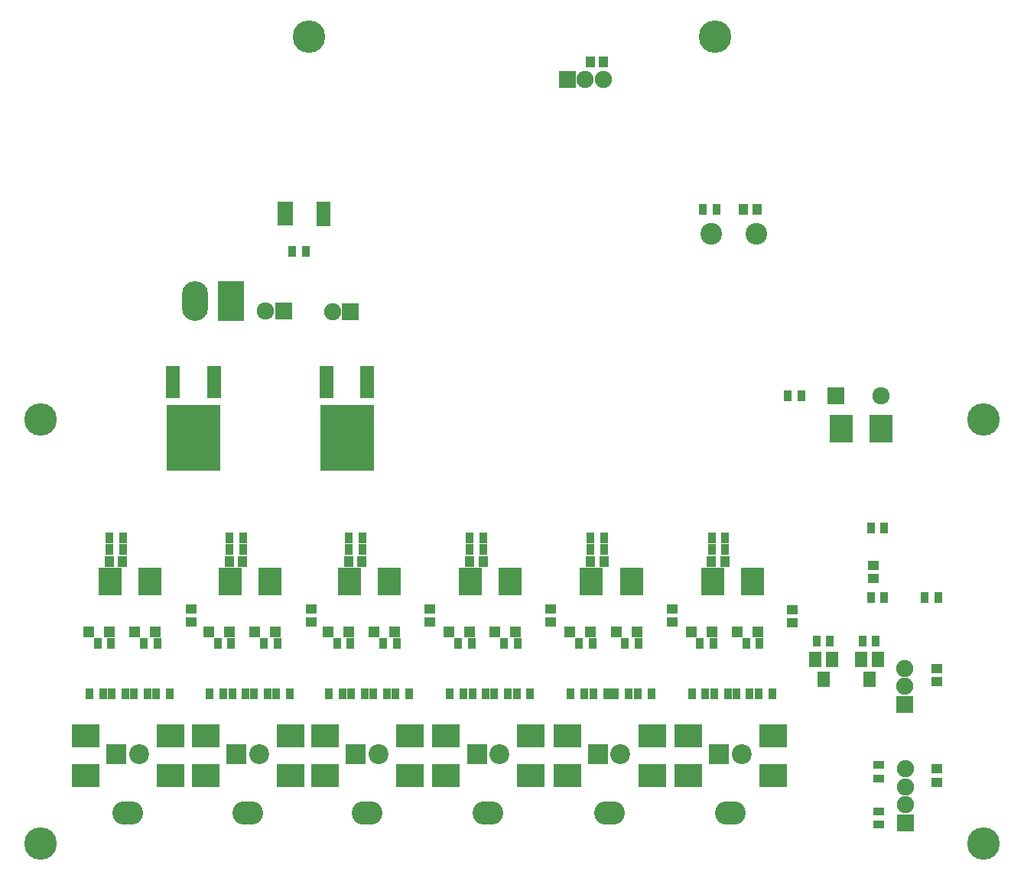
<source format=gbs>
G04 #@! TF.GenerationSoftware,KiCad,Pcbnew,(5.0.0)*
G04 #@! TF.CreationDate,2018-08-27T16:21:53+09:00*
G04 #@! TF.ProjectId,lancer_mainbord_v1,6C616E6365725F6D61696E626F72645F,rev?*
G04 #@! TF.SameCoordinates,Original*
G04 #@! TF.FileFunction,Soldermask,Bot*
G04 #@! TF.FilePolarity,Negative*
%FSLAX46Y46*%
G04 Gerber Fmt 4.6, Leading zero omitted, Abs format (unit mm)*
G04 Created by KiCad (PCBNEW (5.0.0)) date 08/27/18 16:21:53*
%MOMM*%
%LPD*%
G01*
G04 APERTURE LIST*
%ADD10R,1.900000X1.900000*%
%ADD11C,1.900000*%
%ADD12R,1.600000X0.730000*%
%ADD13R,1.700000X0.730000*%
%ADD14C,1.924000*%
%ADD15R,1.924000X1.924000*%
%ADD16R,2.900000X4.400000*%
%ADD17O,2.900000X4.400000*%
%ADD18R,1.200000X1.100000*%
%ADD19R,1.600000X3.600000*%
%ADD20R,5.900000X7.400000*%
%ADD21R,1.100000X1.200000*%
%ADD22C,3.600000*%
%ADD23R,2.559000X3.134000*%
%ADD24R,1.200000X1.300000*%
%ADD25R,3.134000X2.559000*%
%ADD26R,1.400000X1.800000*%
%ADD27R,0.900000X1.200000*%
%ADD28R,1.200000X0.900000*%
%ADD29C,2.400000*%
%ADD30O,3.400000X2.600000*%
%ADD31R,2.200000X2.200000*%
%ADD32C,2.200000*%
G04 APERTURE END LIST*
D10*
G04 #@! TO.C,J4*
X199800000Y-123050000D03*
D11*
X199800000Y-121050000D03*
X199800000Y-119050000D03*
G04 #@! TD*
D12*
G04 #@! TO.C,FET13*
X135450000Y-69725000D03*
X135450000Y-69025000D03*
X135450000Y-68375000D03*
X135450000Y-67725000D03*
D13*
X131150000Y-67725000D03*
X131150000Y-68375000D03*
X131150000Y-69025000D03*
X131150000Y-69675000D03*
G04 #@! TD*
D10*
G04 #@! TO.C,P3*
X138400000Y-79550000D03*
D11*
X136400000Y-79550000D03*
G04 #@! TD*
D14*
G04 #@! TO.C,P2*
X129000000Y-79500000D03*
D15*
X131000000Y-79500000D03*
G04 #@! TD*
D16*
G04 #@! TO.C,P1*
X125150000Y-78350000D03*
D17*
X121150000Y-78350000D03*
G04 #@! TD*
D18*
G04 #@! TO.C,C15*
X203350000Y-131675000D03*
X203350000Y-130175000D03*
G04 #@! TD*
D14*
G04 #@! TO.C,BZ1*
X197100000Y-88900000D03*
D15*
X192100000Y-88900000D03*
G04 #@! TD*
D19*
G04 #@! TO.C,U1*
X118720000Y-87380000D03*
X123280000Y-87380000D03*
D20*
X121000000Y-93500000D03*
G04 #@! TD*
D19*
G04 #@! TO.C,U2*
X135720000Y-87380000D03*
X140280000Y-87380000D03*
D20*
X138000000Y-93500000D03*
G04 #@! TD*
D21*
G04 #@! TO.C,C9*
X113175000Y-107200000D03*
X111675000Y-107200000D03*
G04 #@! TD*
D22*
G04 #@! TO.C,REF\002A\002A*
X178800000Y-49100000D03*
G04 #@! TD*
G04 #@! TO.C,REF\002A\002A*
X133800000Y-49100000D03*
G04 #@! TD*
G04 #@! TO.C,REF\002A\002A*
X104100000Y-91500000D03*
G04 #@! TD*
G04 #@! TO.C,REF\002A\002A*
X104100000Y-138500000D03*
G04 #@! TD*
G04 #@! TO.C,REF\002A\002A*
X208500000Y-138500000D03*
G04 #@! TD*
G04 #@! TO.C,REF\002A\002A*
X208500000Y-91500000D03*
G04 #@! TD*
D21*
G04 #@! TO.C,C10*
X126475000Y-107200000D03*
X124975000Y-107200000D03*
G04 #@! TD*
G04 #@! TO.C,C11*
X139675000Y-107200000D03*
X138175000Y-107200000D03*
G04 #@! TD*
G04 #@! TO.C,C12*
X166475000Y-107200000D03*
X164975000Y-107200000D03*
G04 #@! TD*
G04 #@! TO.C,C13*
X179875000Y-107200000D03*
X178375000Y-107200000D03*
G04 #@! TD*
G04 #@! TO.C,C14*
X153075000Y-107200000D03*
X151575000Y-107200000D03*
G04 #@! TD*
D18*
G04 #@! TO.C,C16*
X203325000Y-120550000D03*
X203325000Y-119050000D03*
G04 #@! TD*
D23*
G04 #@! TO.C,D1*
X111780000Y-109400000D03*
X116200000Y-109400000D03*
G04 #@! TD*
G04 #@! TO.C,D2*
X125100000Y-109400000D03*
X129520000Y-109400000D03*
G04 #@! TD*
G04 #@! TO.C,D3*
X138280000Y-109400000D03*
X142700000Y-109400000D03*
G04 #@! TD*
D24*
G04 #@! TO.C,D4*
X111700000Y-115000000D03*
X109400000Y-115000000D03*
G04 #@! TD*
G04 #@! TO.C,D5*
X116800000Y-115000000D03*
X114500000Y-115000000D03*
G04 #@! TD*
G04 #@! TO.C,D6*
X125000000Y-115000000D03*
X122700000Y-115000000D03*
G04 #@! TD*
G04 #@! TO.C,D7*
X130100000Y-115000000D03*
X127800000Y-115000000D03*
G04 #@! TD*
G04 #@! TO.C,D8*
X138200000Y-115000000D03*
X135900000Y-115000000D03*
G04 #@! TD*
G04 #@! TO.C,D9*
X143300000Y-115000000D03*
X141000000Y-115000000D03*
G04 #@! TD*
D25*
G04 #@! TO.C,D10*
X118500000Y-130920000D03*
X118500000Y-126500000D03*
G04 #@! TD*
G04 #@! TO.C,D11*
X131800000Y-130920000D03*
X131800000Y-126500000D03*
G04 #@! TD*
G04 #@! TO.C,D12*
X145000000Y-130920000D03*
X145000000Y-126500000D03*
G04 #@! TD*
G04 #@! TO.C,D13*
X109100000Y-130920000D03*
X109100000Y-126500000D03*
G04 #@! TD*
G04 #@! TO.C,D14*
X122400000Y-130920000D03*
X122400000Y-126500000D03*
G04 #@! TD*
G04 #@! TO.C,D15*
X135600000Y-130920000D03*
X135600000Y-126500000D03*
G04 #@! TD*
D23*
G04 #@! TO.C,D16*
X165080000Y-109400000D03*
X169500000Y-109400000D03*
G04 #@! TD*
G04 #@! TO.C,D17*
X178480000Y-109400000D03*
X182900000Y-109400000D03*
G04 #@! TD*
G04 #@! TO.C,D18*
X151680000Y-109400000D03*
X156100000Y-109400000D03*
G04 #@! TD*
D24*
G04 #@! TO.C,D19*
X165000000Y-115000000D03*
X162700000Y-115000000D03*
G04 #@! TD*
G04 #@! TO.C,D20*
X170100000Y-115000000D03*
X167800000Y-115000000D03*
G04 #@! TD*
G04 #@! TO.C,D21*
X178400000Y-115000000D03*
X176100000Y-115000000D03*
G04 #@! TD*
G04 #@! TO.C,D22*
X183500000Y-115000000D03*
X181200000Y-115000000D03*
G04 #@! TD*
G04 #@! TO.C,D23*
X151600000Y-115000000D03*
X149300000Y-115000000D03*
G04 #@! TD*
G04 #@! TO.C,D24*
X156700000Y-115000000D03*
X154400000Y-115000000D03*
G04 #@! TD*
D25*
G04 #@! TO.C,D25*
X171800000Y-130920000D03*
X171800000Y-126500000D03*
G04 #@! TD*
G04 #@! TO.C,D26*
X185200000Y-130920000D03*
X185200000Y-126500000D03*
G04 #@! TD*
G04 #@! TO.C,D27*
X158400000Y-130920000D03*
X158400000Y-126500000D03*
G04 #@! TD*
G04 #@! TO.C,D28*
X162400000Y-130920000D03*
X162400000Y-126500000D03*
G04 #@! TD*
G04 #@! TO.C,D29*
X175800000Y-130920000D03*
X175800000Y-126500000D03*
G04 #@! TD*
G04 #@! TO.C,D30*
X149000000Y-130920000D03*
X149000000Y-126500000D03*
G04 #@! TD*
D23*
G04 #@! TO.C,D31*
X197120000Y-92500000D03*
X192700000Y-92500000D03*
G04 #@! TD*
D26*
G04 #@! TO.C,Q1*
X189850000Y-118100000D03*
X191750000Y-118100000D03*
X190800000Y-120300000D03*
G04 #@! TD*
G04 #@! TO.C,Q2*
X194925000Y-118050000D03*
X196825000Y-118050000D03*
X195875000Y-120250000D03*
G04 #@! TD*
D27*
G04 #@! TO.C,R3*
X111700000Y-105900000D03*
X113200000Y-105900000D03*
G04 #@! TD*
G04 #@! TO.C,R4*
X125000000Y-105900000D03*
X126500000Y-105900000D03*
G04 #@! TD*
G04 #@! TO.C,R5*
X138200000Y-105900000D03*
X139700000Y-105900000D03*
G04 #@! TD*
G04 #@! TO.C,R6*
X111700000Y-104600000D03*
X113200000Y-104600000D03*
G04 #@! TD*
G04 #@! TO.C,R7*
X125000000Y-104600000D03*
X126500000Y-104600000D03*
G04 #@! TD*
G04 #@! TO.C,R8*
X138200000Y-104600000D03*
X139700000Y-104600000D03*
G04 #@! TD*
G04 #@! TO.C,R9*
X111900000Y-116300000D03*
X110400000Y-116300000D03*
G04 #@! TD*
G04 #@! TO.C,R10*
X117000000Y-116300000D03*
X115500000Y-116300000D03*
G04 #@! TD*
G04 #@! TO.C,R11*
X125200000Y-116300000D03*
X123700000Y-116300000D03*
G04 #@! TD*
G04 #@! TO.C,R12*
X130300000Y-116300000D03*
X128800000Y-116300000D03*
G04 #@! TD*
G04 #@! TO.C,R13*
X138400000Y-116300000D03*
X136900000Y-116300000D03*
G04 #@! TD*
G04 #@! TO.C,R14*
X143500000Y-116300000D03*
X142000000Y-116300000D03*
G04 #@! TD*
G04 #@! TO.C,R15*
X109500000Y-121900000D03*
X111000000Y-121900000D03*
G04 #@! TD*
G04 #@! TO.C,R16*
X112000000Y-121900000D03*
X113500000Y-121900000D03*
G04 #@! TD*
G04 #@! TO.C,R17*
X114400000Y-121900000D03*
X115900000Y-121900000D03*
G04 #@! TD*
G04 #@! TO.C,R18*
X116900000Y-121900000D03*
X118400000Y-121900000D03*
G04 #@! TD*
G04 #@! TO.C,R19*
X122800000Y-121900000D03*
X124300000Y-121900000D03*
G04 #@! TD*
G04 #@! TO.C,R20*
X125300000Y-121900000D03*
X126800000Y-121900000D03*
G04 #@! TD*
G04 #@! TO.C,R21*
X127700000Y-121900000D03*
X129200000Y-121900000D03*
G04 #@! TD*
G04 #@! TO.C,R22*
X130200000Y-121900000D03*
X131700000Y-121900000D03*
G04 #@! TD*
G04 #@! TO.C,R23*
X136000000Y-121900000D03*
X137500000Y-121900000D03*
G04 #@! TD*
G04 #@! TO.C,R24*
X138500000Y-121900000D03*
X140000000Y-121900000D03*
G04 #@! TD*
G04 #@! TO.C,R25*
X140900000Y-121900000D03*
X142400000Y-121900000D03*
G04 #@! TD*
G04 #@! TO.C,R26*
X143400000Y-121900000D03*
X144900000Y-121900000D03*
G04 #@! TD*
G04 #@! TO.C,R27*
X165000000Y-105900000D03*
X166500000Y-105900000D03*
G04 #@! TD*
G04 #@! TO.C,R28*
X178400000Y-105900000D03*
X179900000Y-105900000D03*
G04 #@! TD*
G04 #@! TO.C,R29*
X151600000Y-105900000D03*
X153100000Y-105900000D03*
G04 #@! TD*
G04 #@! TO.C,R30*
X165000000Y-104600000D03*
X166500000Y-104600000D03*
G04 #@! TD*
G04 #@! TO.C,R31*
X178400000Y-104600000D03*
X179900000Y-104600000D03*
G04 #@! TD*
G04 #@! TO.C,R32*
X151600000Y-104600000D03*
X153100000Y-104600000D03*
G04 #@! TD*
G04 #@! TO.C,R33*
X165200000Y-116300000D03*
X163700000Y-116300000D03*
G04 #@! TD*
G04 #@! TO.C,R34*
X170300000Y-116300000D03*
X168800000Y-116300000D03*
G04 #@! TD*
G04 #@! TO.C,R35*
X178600000Y-116300000D03*
X177100000Y-116300000D03*
G04 #@! TD*
G04 #@! TO.C,R36*
X183700000Y-116300000D03*
X182200000Y-116300000D03*
G04 #@! TD*
G04 #@! TO.C,R37*
X151800000Y-116300000D03*
X150300000Y-116300000D03*
G04 #@! TD*
G04 #@! TO.C,R38*
X156900000Y-116300000D03*
X155400000Y-116300000D03*
G04 #@! TD*
G04 #@! TO.C,R39*
X162800000Y-121900000D03*
X164300000Y-121900000D03*
G04 #@! TD*
G04 #@! TO.C,R40*
X165300000Y-121900000D03*
X166800000Y-121900000D03*
G04 #@! TD*
G04 #@! TO.C,R41*
X167700000Y-121900000D03*
X169200000Y-121900000D03*
G04 #@! TD*
G04 #@! TO.C,R42*
X170200000Y-121900000D03*
X171700000Y-121900000D03*
G04 #@! TD*
G04 #@! TO.C,R43*
X176200000Y-121900000D03*
X177700000Y-121900000D03*
G04 #@! TD*
G04 #@! TO.C,R44*
X178700000Y-121900000D03*
X180200000Y-121900000D03*
G04 #@! TD*
G04 #@! TO.C,R45*
X181100000Y-121900000D03*
X182600000Y-121900000D03*
G04 #@! TD*
G04 #@! TO.C,R46*
X183600000Y-121900000D03*
X185100000Y-121900000D03*
G04 #@! TD*
G04 #@! TO.C,R47*
X149400000Y-121900000D03*
X150900000Y-121900000D03*
G04 #@! TD*
G04 #@! TO.C,R48*
X151900000Y-121900000D03*
X153400000Y-121900000D03*
G04 #@! TD*
G04 #@! TO.C,R49*
X154300000Y-121900000D03*
X155800000Y-121900000D03*
G04 #@! TD*
G04 #@! TO.C,R50*
X156800000Y-121900000D03*
X158300000Y-121900000D03*
G04 #@! TD*
G04 #@! TO.C,R51*
X196000000Y-111200000D03*
X197500000Y-111200000D03*
G04 #@! TD*
G04 #@! TO.C,R52*
X196000000Y-103500000D03*
X197500000Y-103500000D03*
G04 #@! TD*
G04 #@! TO.C,R53*
X203500000Y-111200000D03*
X202000000Y-111200000D03*
G04 #@! TD*
G04 #@! TO.C,R60*
X191500000Y-116050000D03*
X190000000Y-116050000D03*
G04 #@! TD*
G04 #@! TO.C,R61*
X196575000Y-116075000D03*
X195075000Y-116075000D03*
G04 #@! TD*
D28*
G04 #@! TO.C,R62*
X196850000Y-129750000D03*
X196850000Y-131250000D03*
G04 #@! TD*
G04 #@! TO.C,R63*
X196900000Y-134900000D03*
X196900000Y-136400000D03*
G04 #@! TD*
D27*
G04 #@! TO.C,R64*
X188300000Y-88900000D03*
X186800000Y-88900000D03*
G04 #@! TD*
D29*
G04 #@! TO.C,SW1*
X183300000Y-70950000D03*
X178300000Y-70950000D03*
G04 #@! TD*
D30*
G04 #@! TO.C,P4*
X113750000Y-135100000D03*
D31*
X112500000Y-128600000D03*
D32*
X115000000Y-128600000D03*
G04 #@! TD*
D30*
G04 #@! TO.C,P5*
X127050000Y-135100000D03*
D31*
X125800000Y-128600000D03*
D32*
X128300000Y-128600000D03*
G04 #@! TD*
D30*
G04 #@! TO.C,P6*
X140250000Y-135100000D03*
D31*
X139000000Y-128600000D03*
D32*
X141500000Y-128600000D03*
G04 #@! TD*
D30*
G04 #@! TO.C,P7*
X167050000Y-135100000D03*
D31*
X165800000Y-128600000D03*
D32*
X168300000Y-128600000D03*
G04 #@! TD*
D30*
G04 #@! TO.C,P8*
X180450000Y-135100000D03*
D31*
X179200000Y-128600000D03*
D32*
X181700000Y-128600000D03*
G04 #@! TD*
D30*
G04 #@! TO.C,P9*
X153650000Y-135100000D03*
D31*
X152400000Y-128600000D03*
D32*
X154900000Y-128600000D03*
G04 #@! TD*
D10*
G04 #@! TO.C,J2*
X199825000Y-136200000D03*
D11*
X199825000Y-134200000D03*
X199825000Y-132200000D03*
X199825000Y-130200000D03*
G04 #@! TD*
D10*
G04 #@! TO.C,J3*
X162400000Y-53800000D03*
D11*
X164400000Y-53800000D03*
X166400000Y-53800000D03*
G04 #@! TD*
D18*
G04 #@! TO.C,C18*
X120775000Y-112450000D03*
X120775000Y-113950000D03*
G04 #@! TD*
G04 #@! TO.C,C19*
X134025000Y-112450000D03*
X134025000Y-113950000D03*
G04 #@! TD*
G04 #@! TO.C,C20*
X147200000Y-112450000D03*
X147200000Y-113950000D03*
G04 #@! TD*
G04 #@! TO.C,C21*
X174000000Y-112450000D03*
X174000000Y-113950000D03*
G04 #@! TD*
G04 #@! TO.C,C22*
X187300000Y-112550000D03*
X187300000Y-114050000D03*
G04 #@! TD*
G04 #@! TO.C,C23*
X160600000Y-112450000D03*
X160600000Y-113950000D03*
G04 #@! TD*
D21*
G04 #@! TO.C,C24*
X164925000Y-51900000D03*
X166425000Y-51900000D03*
G04 #@! TD*
D18*
G04 #@! TO.C,C25*
X196300000Y-107625000D03*
X196300000Y-109125000D03*
G04 #@! TD*
D27*
G04 #@! TO.C,R65*
X133425000Y-72875000D03*
X131925000Y-72875000D03*
G04 #@! TD*
G04 #@! TO.C,R66*
X178900000Y-68200000D03*
X177400000Y-68200000D03*
G04 #@! TD*
D21*
G04 #@! TO.C,C28*
X181925000Y-68200000D03*
X183425000Y-68200000D03*
G04 #@! TD*
M02*

</source>
